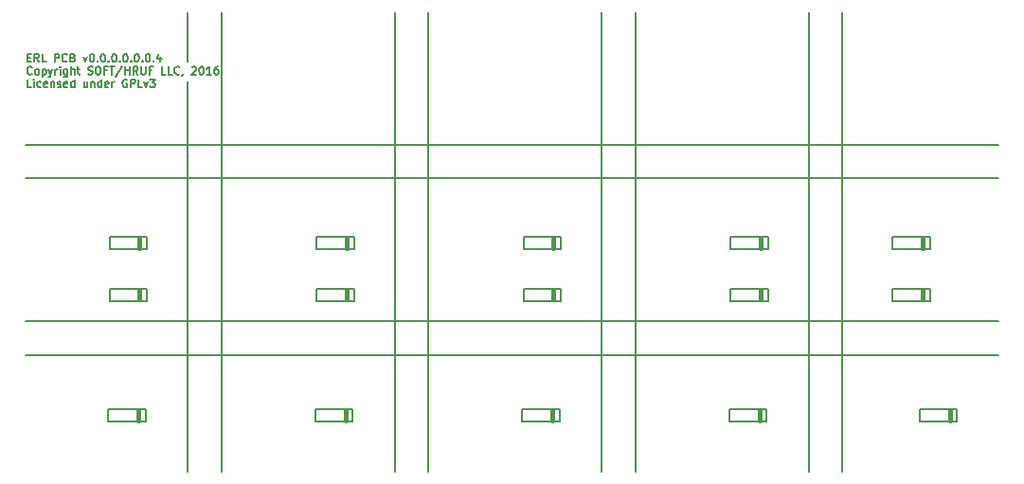
<source format=gto>
G04 #@! TF.FileFunction,Legend,Top*
%FSLAX46Y46*%
G04 Gerber Fmt 4.6, Leading zero omitted, Abs format (unit mm)*
G04 Created by KiCad (PCBNEW 4.0.1-stable) date Monday, April 11, 2016 'PMt' 11:35:55 PM*
%MOMM*%
G01*
G04 APERTURE LIST*
%ADD10C,0.100000*%
%ADD11C,0.200000*%
%ADD12C,0.400000*%
%ADD13C,0.150000*%
G04 APERTURE END LIST*
D10*
D11*
X15500000Y-1000000D02*
X15500000Y-5350000D01*
X11850000Y-21050000D02*
X11850000Y-21600000D01*
X11850000Y-21600000D02*
X11850000Y-22150000D01*
X11850000Y-26200000D02*
X11850000Y-26750000D01*
X11850000Y-25650000D02*
X11850000Y-26200000D01*
X8500000Y-22150000D02*
X8500000Y-21600000D01*
D12*
X11200000Y-21150000D02*
X11200000Y-22050000D01*
D11*
X11850000Y-22150000D02*
X8500000Y-22150000D01*
X8500000Y-21050000D02*
X11850000Y-21050000D01*
X8500000Y-21600000D02*
X8500000Y-21050000D01*
D12*
X11200000Y-25750000D02*
X11200000Y-26650000D01*
D11*
X8500000Y-26200000D02*
X8500000Y-25650000D01*
X11850000Y-26750000D02*
X8500000Y-26750000D01*
X8500000Y-25650000D02*
X11850000Y-25650000D01*
X8500000Y-26750000D02*
X8500000Y-26200000D01*
X27000000Y-22150000D02*
X27000000Y-21600000D01*
X27000000Y-21600000D02*
X27000000Y-21050000D01*
D12*
X29700000Y-21150000D02*
X29700000Y-22050000D01*
D11*
X30350000Y-21050000D02*
X30350000Y-21600000D01*
X30350000Y-21600000D02*
X30350000Y-22150000D01*
X30350000Y-22150000D02*
X27000000Y-22150000D01*
X27000000Y-21050000D02*
X30350000Y-21050000D01*
X30350000Y-26200000D02*
X30350000Y-26750000D01*
X27000000Y-26750000D02*
X27000000Y-26200000D01*
X27000000Y-26200000D02*
X27000000Y-25650000D01*
X30350000Y-26750000D02*
X27000000Y-26750000D01*
X27000000Y-25650000D02*
X30350000Y-25650000D01*
X30350000Y-25650000D02*
X30350000Y-26200000D01*
D12*
X29700000Y-25750000D02*
X29700000Y-26650000D01*
X81200000Y-25750000D02*
X81200000Y-26650000D01*
X66700000Y-25750000D02*
X66700000Y-26650000D01*
X48200000Y-25750000D02*
X48200000Y-26650000D01*
D11*
X81850000Y-26200000D02*
X81850000Y-26750000D01*
X67350000Y-26200000D02*
X67350000Y-26750000D01*
X48850000Y-26200000D02*
X48850000Y-26750000D01*
X81850000Y-26750000D02*
X78500000Y-26750000D01*
X67350000Y-26750000D02*
X64000000Y-26750000D01*
X48850000Y-26750000D02*
X45500000Y-26750000D01*
X78500000Y-26200000D02*
X78500000Y-25650000D01*
X64000000Y-26200000D02*
X64000000Y-25650000D01*
X45500000Y-26200000D02*
X45500000Y-25650000D01*
X78500000Y-25650000D02*
X81850000Y-25650000D01*
X64000000Y-25650000D02*
X67350000Y-25650000D01*
X45500000Y-25650000D02*
X48850000Y-25650000D01*
X78500000Y-26750000D02*
X78500000Y-26200000D01*
X64000000Y-26750000D02*
X64000000Y-26200000D01*
X45500000Y-26750000D02*
X45500000Y-26200000D01*
X81850000Y-25650000D02*
X81850000Y-26200000D01*
X67350000Y-25650000D02*
X67350000Y-26200000D01*
X48850000Y-25650000D02*
X48850000Y-26200000D01*
X78500000Y-21050000D02*
X81850000Y-21050000D01*
X64000000Y-21050000D02*
X67350000Y-21050000D01*
X45500000Y-21050000D02*
X48850000Y-21050000D01*
X81850000Y-22150001D02*
X78500000Y-22150000D01*
X67350000Y-22150000D02*
X64000000Y-22150000D01*
X48850000Y-22150000D02*
X45500000Y-22150000D01*
X81850000Y-21600000D02*
X81850000Y-22150001D01*
X67350000Y-21600000D02*
X67350000Y-22150000D01*
X48850000Y-21600000D02*
X48850000Y-22150000D01*
D12*
X81200000Y-21150000D02*
X81200001Y-22050000D01*
X66700000Y-21150000D02*
X66700000Y-22050000D01*
X48200000Y-21150000D02*
X48200000Y-22050000D01*
D11*
X78500000Y-21600000D02*
X78500000Y-21050000D01*
X64000000Y-21600000D02*
X64000000Y-21050000D01*
X45500000Y-21600000D02*
X45500000Y-21050000D01*
X81850000Y-21050000D02*
X81850000Y-21600000D01*
X67350000Y-21050000D02*
X67350000Y-21600000D01*
X48850000Y-21050000D02*
X48850000Y-21600000D01*
X78500000Y-22150000D02*
X78500000Y-21600000D01*
X64000000Y-22150000D02*
X64000000Y-21600000D01*
X45500000Y-22150000D02*
X45500000Y-21600000D01*
X84250000Y-36450000D02*
X84250000Y-37000000D01*
X84250000Y-37550000D02*
X80900000Y-37550000D01*
D12*
X83600000Y-36550000D02*
X83600000Y-37450000D01*
D11*
X80900000Y-36450000D02*
X84250000Y-36450000D01*
X84250000Y-37000000D02*
X84250000Y-37550000D01*
X80900000Y-37550000D02*
X80900000Y-37000000D01*
X80900000Y-37000000D02*
X80900000Y-36450000D01*
X67250000Y-36450000D02*
X67250000Y-37000000D01*
X48750000Y-36450000D02*
X48750000Y-37000000D01*
X30250000Y-36450000D02*
X30250000Y-37000000D01*
X63900000Y-36450000D02*
X67250000Y-36450000D01*
X45400000Y-36450000D02*
X48750000Y-36450000D01*
X26900000Y-36450000D02*
X30250000Y-36450000D01*
X67250000Y-37000000D02*
X67250000Y-37550000D01*
X48750000Y-37000000D02*
X48750000Y-37550000D01*
X30250000Y-37000000D02*
X30250000Y-37550000D01*
X63900000Y-37550000D02*
X63900000Y-37000000D01*
X45400000Y-37550000D02*
X45400000Y-37000000D01*
X26900000Y-37550000D02*
X26900000Y-37000000D01*
X63900000Y-37000000D02*
X63900000Y-36450000D01*
X45400000Y-37000000D02*
X45400000Y-36450000D01*
X26900000Y-37000000D02*
X26900000Y-36450000D01*
D12*
X66600000Y-36550000D02*
X66600000Y-37450000D01*
X48100000Y-36550000D02*
X48100000Y-37450000D01*
X29600000Y-36550000D02*
X29600000Y-37450000D01*
D11*
X67250000Y-37550000D02*
X63900000Y-37550000D01*
X48750000Y-37550000D02*
X45400000Y-37550000D01*
X30250000Y-37550000D02*
X26900000Y-37550000D01*
D12*
X11100000Y-36550000D02*
X11100000Y-37450000D01*
D11*
X8400000Y-37550000D02*
X8400000Y-37000000D01*
X11750000Y-37550000D02*
X8400000Y-37550000D01*
X11750000Y-37000000D02*
X11750000Y-37550000D01*
X11750000Y-36450000D02*
X11750000Y-37000000D01*
X8400000Y-36450000D02*
X11750000Y-36450000D01*
X8400000Y-37000000D02*
X8400000Y-36450000D01*
X1000000Y-31600000D02*
X88000000Y-31600000D01*
X1000000Y-28600000D02*
X88000000Y-28600000D01*
X1000000Y-15800000D02*
X88000000Y-15800000D01*
X1000000Y-12800000D02*
X88000000Y-12800000D01*
X71000000Y-1000000D02*
X71000000Y-42000000D01*
X52500000Y-1000000D02*
X52500000Y-42000000D01*
X34000000Y-1000000D02*
X34000000Y-42000000D01*
X74000000Y-1000000D02*
X74000000Y-42000000D01*
X55500000Y-1000000D02*
X55500000Y-42000000D01*
X37000000Y-1000000D02*
X37000000Y-42000000D01*
X18500000Y-1000000D02*
X18500000Y-42000000D01*
X15500000Y-7150000D02*
X15500000Y-42000000D01*
D13*
X1166667Y-5020000D02*
X1400000Y-5020000D01*
X1500000Y-5386667D02*
X1166667Y-5386667D01*
X1166667Y-4686667D01*
X1500000Y-4686667D01*
X2200000Y-5386667D02*
X1966666Y-5053333D01*
X1800000Y-5386667D02*
X1800000Y-4686667D01*
X2066666Y-4686667D01*
X2133333Y-4720000D01*
X2166666Y-4753333D01*
X2200000Y-4820000D01*
X2200000Y-4920000D01*
X2166666Y-4986667D01*
X2133333Y-5020000D01*
X2066666Y-5053333D01*
X1800000Y-5053333D01*
X2833333Y-5386667D02*
X2500000Y-5386667D01*
X2500000Y-4686667D01*
X3600000Y-5386667D02*
X3600000Y-4686667D01*
X3866666Y-4686667D01*
X3933333Y-4720000D01*
X3966666Y-4753333D01*
X4000000Y-4820000D01*
X4000000Y-4920000D01*
X3966666Y-4986667D01*
X3933333Y-5020000D01*
X3866666Y-5053333D01*
X3600000Y-5053333D01*
X4700000Y-5320000D02*
X4666666Y-5353333D01*
X4566666Y-5386667D01*
X4500000Y-5386667D01*
X4400000Y-5353333D01*
X4333333Y-5286667D01*
X4300000Y-5220000D01*
X4266666Y-5086667D01*
X4266666Y-4986667D01*
X4300000Y-4853333D01*
X4333333Y-4786667D01*
X4400000Y-4720000D01*
X4500000Y-4686667D01*
X4566666Y-4686667D01*
X4666666Y-4720000D01*
X4700000Y-4753333D01*
X5233333Y-5020000D02*
X5333333Y-5053333D01*
X5366666Y-5086667D01*
X5400000Y-5153333D01*
X5400000Y-5253333D01*
X5366666Y-5320000D01*
X5333333Y-5353333D01*
X5266666Y-5386667D01*
X5000000Y-5386667D01*
X5000000Y-4686667D01*
X5233333Y-4686667D01*
X5300000Y-4720000D01*
X5333333Y-4753333D01*
X5366666Y-4820000D01*
X5366666Y-4886667D01*
X5333333Y-4953333D01*
X5300000Y-4986667D01*
X5233333Y-5020000D01*
X5000000Y-5020000D01*
X6166666Y-4920000D02*
X6333333Y-5386667D01*
X6499999Y-4920000D01*
X6899999Y-4686667D02*
X6966666Y-4686667D01*
X7033332Y-4720000D01*
X7066666Y-4753333D01*
X7099999Y-4820000D01*
X7133332Y-4953333D01*
X7133332Y-5120000D01*
X7099999Y-5253333D01*
X7066666Y-5320000D01*
X7033332Y-5353333D01*
X6966666Y-5386667D01*
X6899999Y-5386667D01*
X6833332Y-5353333D01*
X6799999Y-5320000D01*
X6766666Y-5253333D01*
X6733332Y-5120000D01*
X6733332Y-4953333D01*
X6766666Y-4820000D01*
X6799999Y-4753333D01*
X6833332Y-4720000D01*
X6899999Y-4686667D01*
X7433333Y-5320000D02*
X7466666Y-5353333D01*
X7433333Y-5386667D01*
X7399999Y-5353333D01*
X7433333Y-5320000D01*
X7433333Y-5386667D01*
X7899999Y-4686667D02*
X7966666Y-4686667D01*
X8033332Y-4720000D01*
X8066666Y-4753333D01*
X8099999Y-4820000D01*
X8133332Y-4953333D01*
X8133332Y-5120000D01*
X8099999Y-5253333D01*
X8066666Y-5320000D01*
X8033332Y-5353333D01*
X7966666Y-5386667D01*
X7899999Y-5386667D01*
X7833332Y-5353333D01*
X7799999Y-5320000D01*
X7766666Y-5253333D01*
X7733332Y-5120000D01*
X7733332Y-4953333D01*
X7766666Y-4820000D01*
X7799999Y-4753333D01*
X7833332Y-4720000D01*
X7899999Y-4686667D01*
X8433333Y-5320000D02*
X8466666Y-5353333D01*
X8433333Y-5386667D01*
X8399999Y-5353333D01*
X8433333Y-5320000D01*
X8433333Y-5386667D01*
X8899999Y-4686667D02*
X8966666Y-4686667D01*
X9033332Y-4720000D01*
X9066666Y-4753333D01*
X9099999Y-4820000D01*
X9133332Y-4953333D01*
X9133332Y-5120000D01*
X9099999Y-5253333D01*
X9066666Y-5320000D01*
X9033332Y-5353333D01*
X8966666Y-5386667D01*
X8899999Y-5386667D01*
X8833332Y-5353333D01*
X8799999Y-5320000D01*
X8766666Y-5253333D01*
X8733332Y-5120000D01*
X8733332Y-4953333D01*
X8766666Y-4820000D01*
X8799999Y-4753333D01*
X8833332Y-4720000D01*
X8899999Y-4686667D01*
X9433333Y-5320000D02*
X9466666Y-5353333D01*
X9433333Y-5386667D01*
X9399999Y-5353333D01*
X9433333Y-5320000D01*
X9433333Y-5386667D01*
X9899999Y-4686667D02*
X9966666Y-4686667D01*
X10033332Y-4720000D01*
X10066666Y-4753333D01*
X10099999Y-4820000D01*
X10133332Y-4953333D01*
X10133332Y-5120000D01*
X10099999Y-5253333D01*
X10066666Y-5320000D01*
X10033332Y-5353333D01*
X9966666Y-5386667D01*
X9899999Y-5386667D01*
X9833332Y-5353333D01*
X9799999Y-5320000D01*
X9766666Y-5253333D01*
X9733332Y-5120000D01*
X9733332Y-4953333D01*
X9766666Y-4820000D01*
X9799999Y-4753333D01*
X9833332Y-4720000D01*
X9899999Y-4686667D01*
X10433333Y-5320000D02*
X10466666Y-5353333D01*
X10433333Y-5386667D01*
X10399999Y-5353333D01*
X10433333Y-5320000D01*
X10433333Y-5386667D01*
X10899999Y-4686667D02*
X10966666Y-4686667D01*
X11033332Y-4720000D01*
X11066666Y-4753333D01*
X11099999Y-4820000D01*
X11133332Y-4953333D01*
X11133332Y-5120000D01*
X11099999Y-5253333D01*
X11066666Y-5320000D01*
X11033332Y-5353333D01*
X10966666Y-5386667D01*
X10899999Y-5386667D01*
X10833332Y-5353333D01*
X10799999Y-5320000D01*
X10766666Y-5253333D01*
X10733332Y-5120000D01*
X10733332Y-4953333D01*
X10766666Y-4820000D01*
X10799999Y-4753333D01*
X10833332Y-4720000D01*
X10899999Y-4686667D01*
X11433333Y-5320000D02*
X11466666Y-5353333D01*
X11433333Y-5386667D01*
X11399999Y-5353333D01*
X11433333Y-5320000D01*
X11433333Y-5386667D01*
X11899999Y-4686667D02*
X11966666Y-4686667D01*
X12033332Y-4720000D01*
X12066666Y-4753333D01*
X12099999Y-4820000D01*
X12133332Y-4953333D01*
X12133332Y-5120000D01*
X12099999Y-5253333D01*
X12066666Y-5320000D01*
X12033332Y-5353333D01*
X11966666Y-5386667D01*
X11899999Y-5386667D01*
X11833332Y-5353333D01*
X11799999Y-5320000D01*
X11766666Y-5253333D01*
X11733332Y-5120000D01*
X11733332Y-4953333D01*
X11766666Y-4820000D01*
X11799999Y-4753333D01*
X11833332Y-4720000D01*
X11899999Y-4686667D01*
X12433333Y-5320000D02*
X12466666Y-5353333D01*
X12433333Y-5386667D01*
X12399999Y-5353333D01*
X12433333Y-5320000D01*
X12433333Y-5386667D01*
X13066666Y-4920000D02*
X13066666Y-5386667D01*
X12899999Y-4653333D02*
X12733332Y-5153333D01*
X13166666Y-5153333D01*
X1566667Y-6450000D02*
X1533333Y-6483333D01*
X1433333Y-6516667D01*
X1366667Y-6516667D01*
X1266667Y-6483333D01*
X1200000Y-6416667D01*
X1166667Y-6350000D01*
X1133333Y-6216667D01*
X1133333Y-6116667D01*
X1166667Y-5983333D01*
X1200000Y-5916667D01*
X1266667Y-5850000D01*
X1366667Y-5816667D01*
X1433333Y-5816667D01*
X1533333Y-5850000D01*
X1566667Y-5883333D01*
X1966667Y-6516667D02*
X1900000Y-6483333D01*
X1866667Y-6450000D01*
X1833333Y-6383333D01*
X1833333Y-6183333D01*
X1866667Y-6116667D01*
X1900000Y-6083333D01*
X1966667Y-6050000D01*
X2066667Y-6050000D01*
X2133333Y-6083333D01*
X2166667Y-6116667D01*
X2200000Y-6183333D01*
X2200000Y-6383333D01*
X2166667Y-6450000D01*
X2133333Y-6483333D01*
X2066667Y-6516667D01*
X1966667Y-6516667D01*
X2500000Y-6050000D02*
X2500000Y-6750000D01*
X2500000Y-6083333D02*
X2566666Y-6050000D01*
X2700000Y-6050000D01*
X2766666Y-6083333D01*
X2800000Y-6116667D01*
X2833333Y-6183333D01*
X2833333Y-6383333D01*
X2800000Y-6450000D01*
X2766666Y-6483333D01*
X2700000Y-6516667D01*
X2566666Y-6516667D01*
X2500000Y-6483333D01*
X3066666Y-6050000D02*
X3233333Y-6516667D01*
X3399999Y-6050000D02*
X3233333Y-6516667D01*
X3166666Y-6683333D01*
X3133333Y-6716667D01*
X3066666Y-6750000D01*
X3666666Y-6516667D02*
X3666666Y-6050000D01*
X3666666Y-6183333D02*
X3699999Y-6116667D01*
X3733332Y-6083333D01*
X3799999Y-6050000D01*
X3866666Y-6050000D01*
X4099999Y-6516667D02*
X4099999Y-6050000D01*
X4099999Y-5816667D02*
X4066665Y-5850000D01*
X4099999Y-5883333D01*
X4133332Y-5850000D01*
X4099999Y-5816667D01*
X4099999Y-5883333D01*
X4733332Y-6050000D02*
X4733332Y-6616667D01*
X4699998Y-6683333D01*
X4666665Y-6716667D01*
X4599998Y-6750000D01*
X4499998Y-6750000D01*
X4433332Y-6716667D01*
X4733332Y-6483333D02*
X4666665Y-6516667D01*
X4533332Y-6516667D01*
X4466665Y-6483333D01*
X4433332Y-6450000D01*
X4399998Y-6383333D01*
X4399998Y-6183333D01*
X4433332Y-6116667D01*
X4466665Y-6083333D01*
X4533332Y-6050000D01*
X4666665Y-6050000D01*
X4733332Y-6083333D01*
X5066665Y-6516667D02*
X5066665Y-5816667D01*
X5366665Y-6516667D02*
X5366665Y-6150000D01*
X5333331Y-6083333D01*
X5266665Y-6050000D01*
X5166665Y-6050000D01*
X5099998Y-6083333D01*
X5066665Y-6116667D01*
X5599998Y-6050000D02*
X5866664Y-6050000D01*
X5699998Y-5816667D02*
X5699998Y-6416667D01*
X5733331Y-6483333D01*
X5799998Y-6516667D01*
X5866664Y-6516667D01*
X6599997Y-6483333D02*
X6699997Y-6516667D01*
X6866664Y-6516667D01*
X6933331Y-6483333D01*
X6966664Y-6450000D01*
X6999997Y-6383333D01*
X6999997Y-6316667D01*
X6966664Y-6250000D01*
X6933331Y-6216667D01*
X6866664Y-6183333D01*
X6733331Y-6150000D01*
X6666664Y-6116667D01*
X6633331Y-6083333D01*
X6599997Y-6016667D01*
X6599997Y-5950000D01*
X6633331Y-5883333D01*
X6666664Y-5850000D01*
X6733331Y-5816667D01*
X6899997Y-5816667D01*
X6999997Y-5850000D01*
X7433331Y-5816667D02*
X7566664Y-5816667D01*
X7633331Y-5850000D01*
X7699998Y-5916667D01*
X7733331Y-6050000D01*
X7733331Y-6283333D01*
X7699998Y-6416667D01*
X7633331Y-6483333D01*
X7566664Y-6516667D01*
X7433331Y-6516667D01*
X7366664Y-6483333D01*
X7299998Y-6416667D01*
X7266664Y-6283333D01*
X7266664Y-6050000D01*
X7299998Y-5916667D01*
X7366664Y-5850000D01*
X7433331Y-5816667D01*
X8266664Y-6150000D02*
X8033331Y-6150000D01*
X8033331Y-6516667D02*
X8033331Y-5816667D01*
X8366664Y-5816667D01*
X8533331Y-5816667D02*
X8933331Y-5816667D01*
X8733331Y-6516667D02*
X8733331Y-5816667D01*
X9666664Y-5783333D02*
X9066664Y-6683333D01*
X9899997Y-6516667D02*
X9899997Y-5816667D01*
X9899997Y-6150000D02*
X10299997Y-6150000D01*
X10299997Y-6516667D02*
X10299997Y-5816667D01*
X11033330Y-6516667D02*
X10799996Y-6183333D01*
X10633330Y-6516667D02*
X10633330Y-5816667D01*
X10899996Y-5816667D01*
X10966663Y-5850000D01*
X10999996Y-5883333D01*
X11033330Y-5950000D01*
X11033330Y-6050000D01*
X10999996Y-6116667D01*
X10966663Y-6150000D01*
X10899996Y-6183333D01*
X10633330Y-6183333D01*
X11333330Y-5816667D02*
X11333330Y-6383333D01*
X11366663Y-6450000D01*
X11399996Y-6483333D01*
X11466663Y-6516667D01*
X11599996Y-6516667D01*
X11666663Y-6483333D01*
X11699996Y-6450000D01*
X11733330Y-6383333D01*
X11733330Y-5816667D01*
X12299996Y-6150000D02*
X12066663Y-6150000D01*
X12066663Y-6516667D02*
X12066663Y-5816667D01*
X12399996Y-5816667D01*
X13533329Y-6516667D02*
X13199996Y-6516667D01*
X13199996Y-5816667D01*
X14099996Y-6516667D02*
X13766663Y-6516667D01*
X13766663Y-5816667D01*
X14733330Y-6450000D02*
X14699996Y-6483333D01*
X14599996Y-6516667D01*
X14533330Y-6516667D01*
X14433330Y-6483333D01*
X14366663Y-6416667D01*
X14333330Y-6350000D01*
X14299996Y-6216667D01*
X14299996Y-6116667D01*
X14333330Y-5983333D01*
X14366663Y-5916667D01*
X14433330Y-5850000D01*
X14533330Y-5816667D01*
X14599996Y-5816667D01*
X14699996Y-5850000D01*
X14733330Y-5883333D01*
X15066663Y-6483333D02*
X15066663Y-6516667D01*
X15033330Y-6583333D01*
X14999996Y-6616667D01*
X15866662Y-5883333D02*
X15899996Y-5850000D01*
X15966662Y-5816667D01*
X16133329Y-5816667D01*
X16199996Y-5850000D01*
X16233329Y-5883333D01*
X16266662Y-5950000D01*
X16266662Y-6016667D01*
X16233329Y-6116667D01*
X15833329Y-6516667D01*
X16266662Y-6516667D01*
X16699996Y-5816667D02*
X16766663Y-5816667D01*
X16833329Y-5850000D01*
X16866663Y-5883333D01*
X16899996Y-5950000D01*
X16933329Y-6083333D01*
X16933329Y-6250000D01*
X16899996Y-6383333D01*
X16866663Y-6450000D01*
X16833329Y-6483333D01*
X16766663Y-6516667D01*
X16699996Y-6516667D01*
X16633329Y-6483333D01*
X16599996Y-6450000D01*
X16566663Y-6383333D01*
X16533329Y-6250000D01*
X16533329Y-6083333D01*
X16566663Y-5950000D01*
X16599996Y-5883333D01*
X16633329Y-5850000D01*
X16699996Y-5816667D01*
X17599996Y-6516667D02*
X17199996Y-6516667D01*
X17399996Y-6516667D02*
X17399996Y-5816667D01*
X17333330Y-5916667D01*
X17266663Y-5983333D01*
X17199996Y-6016667D01*
X18199997Y-5816667D02*
X18066663Y-5816667D01*
X17999997Y-5850000D01*
X17966663Y-5883333D01*
X17899997Y-5983333D01*
X17866663Y-6116667D01*
X17866663Y-6383333D01*
X17899997Y-6450000D01*
X17933330Y-6483333D01*
X17999997Y-6516667D01*
X18133330Y-6516667D01*
X18199997Y-6483333D01*
X18233330Y-6450000D01*
X18266663Y-6383333D01*
X18266663Y-6216667D01*
X18233330Y-6150000D01*
X18199997Y-6116667D01*
X18133330Y-6083333D01*
X17999997Y-6083333D01*
X17933330Y-6116667D01*
X17899997Y-6150000D01*
X17866663Y-6216667D01*
X1500000Y-7646667D02*
X1166667Y-7646667D01*
X1166667Y-6946667D01*
X1733334Y-7646667D02*
X1733334Y-7180000D01*
X1733334Y-6946667D02*
X1700000Y-6980000D01*
X1733334Y-7013333D01*
X1766667Y-6980000D01*
X1733334Y-6946667D01*
X1733334Y-7013333D01*
X2366667Y-7613333D02*
X2300000Y-7646667D01*
X2166667Y-7646667D01*
X2100000Y-7613333D01*
X2066667Y-7580000D01*
X2033333Y-7513333D01*
X2033333Y-7313333D01*
X2066667Y-7246667D01*
X2100000Y-7213333D01*
X2166667Y-7180000D01*
X2300000Y-7180000D01*
X2366667Y-7213333D01*
X2933333Y-7613333D02*
X2866667Y-7646667D01*
X2733333Y-7646667D01*
X2666667Y-7613333D01*
X2633333Y-7546667D01*
X2633333Y-7280000D01*
X2666667Y-7213333D01*
X2733333Y-7180000D01*
X2866667Y-7180000D01*
X2933333Y-7213333D01*
X2966667Y-7280000D01*
X2966667Y-7346667D01*
X2633333Y-7413333D01*
X3266667Y-7180000D02*
X3266667Y-7646667D01*
X3266667Y-7246667D02*
X3300000Y-7213333D01*
X3366667Y-7180000D01*
X3466667Y-7180000D01*
X3533333Y-7213333D01*
X3566667Y-7280000D01*
X3566667Y-7646667D01*
X3866666Y-7613333D02*
X3933333Y-7646667D01*
X4066666Y-7646667D01*
X4133333Y-7613333D01*
X4166666Y-7546667D01*
X4166666Y-7513333D01*
X4133333Y-7446667D01*
X4066666Y-7413333D01*
X3966666Y-7413333D01*
X3900000Y-7380000D01*
X3866666Y-7313333D01*
X3866666Y-7280000D01*
X3900000Y-7213333D01*
X3966666Y-7180000D01*
X4066666Y-7180000D01*
X4133333Y-7213333D01*
X4733333Y-7613333D02*
X4666667Y-7646667D01*
X4533333Y-7646667D01*
X4466667Y-7613333D01*
X4433333Y-7546667D01*
X4433333Y-7280000D01*
X4466667Y-7213333D01*
X4533333Y-7180000D01*
X4666667Y-7180000D01*
X4733333Y-7213333D01*
X4766667Y-7280000D01*
X4766667Y-7346667D01*
X4433333Y-7413333D01*
X5366667Y-7646667D02*
X5366667Y-6946667D01*
X5366667Y-7613333D02*
X5300000Y-7646667D01*
X5166667Y-7646667D01*
X5100000Y-7613333D01*
X5066667Y-7580000D01*
X5033333Y-7513333D01*
X5033333Y-7313333D01*
X5066667Y-7246667D01*
X5100000Y-7213333D01*
X5166667Y-7180000D01*
X5300000Y-7180000D01*
X5366667Y-7213333D01*
X6533333Y-7180000D02*
X6533333Y-7646667D01*
X6233333Y-7180000D02*
X6233333Y-7546667D01*
X6266666Y-7613333D01*
X6333333Y-7646667D01*
X6433333Y-7646667D01*
X6499999Y-7613333D01*
X6533333Y-7580000D01*
X6866666Y-7180000D02*
X6866666Y-7646667D01*
X6866666Y-7246667D02*
X6899999Y-7213333D01*
X6966666Y-7180000D01*
X7066666Y-7180000D01*
X7133332Y-7213333D01*
X7166666Y-7280000D01*
X7166666Y-7646667D01*
X7799999Y-7646667D02*
X7799999Y-6946667D01*
X7799999Y-7613333D02*
X7733332Y-7646667D01*
X7599999Y-7646667D01*
X7533332Y-7613333D01*
X7499999Y-7580000D01*
X7466665Y-7513333D01*
X7466665Y-7313333D01*
X7499999Y-7246667D01*
X7533332Y-7213333D01*
X7599999Y-7180000D01*
X7733332Y-7180000D01*
X7799999Y-7213333D01*
X8399998Y-7613333D02*
X8333332Y-7646667D01*
X8199998Y-7646667D01*
X8133332Y-7613333D01*
X8099998Y-7546667D01*
X8099998Y-7280000D01*
X8133332Y-7213333D01*
X8199998Y-7180000D01*
X8333332Y-7180000D01*
X8399998Y-7213333D01*
X8433332Y-7280000D01*
X8433332Y-7346667D01*
X8099998Y-7413333D01*
X8733332Y-7646667D02*
X8733332Y-7180000D01*
X8733332Y-7313333D02*
X8766665Y-7246667D01*
X8799998Y-7213333D01*
X8866665Y-7180000D01*
X8933332Y-7180000D01*
X10066664Y-6980000D02*
X9999998Y-6946667D01*
X9899998Y-6946667D01*
X9799998Y-6980000D01*
X9733331Y-7046667D01*
X9699998Y-7113333D01*
X9666664Y-7246667D01*
X9666664Y-7346667D01*
X9699998Y-7480000D01*
X9733331Y-7546667D01*
X9799998Y-7613333D01*
X9899998Y-7646667D01*
X9966664Y-7646667D01*
X10066664Y-7613333D01*
X10099998Y-7580000D01*
X10099998Y-7346667D01*
X9966664Y-7346667D01*
X10399998Y-7646667D02*
X10399998Y-6946667D01*
X10666664Y-6946667D01*
X10733331Y-6980000D01*
X10766664Y-7013333D01*
X10799998Y-7080000D01*
X10799998Y-7180000D01*
X10766664Y-7246667D01*
X10733331Y-7280000D01*
X10666664Y-7313333D01*
X10399998Y-7313333D01*
X11433331Y-7646667D02*
X11099998Y-7646667D01*
X11099998Y-6946667D01*
X11599998Y-7180000D02*
X11766665Y-7646667D01*
X11933331Y-7180000D01*
X12133331Y-6946667D02*
X12566664Y-6946667D01*
X12333331Y-7213333D01*
X12433331Y-7213333D01*
X12499998Y-7246667D01*
X12533331Y-7280000D01*
X12566664Y-7346667D01*
X12566664Y-7513333D01*
X12533331Y-7580000D01*
X12499998Y-7613333D01*
X12433331Y-7646667D01*
X12233331Y-7646667D01*
X12166664Y-7613333D01*
X12133331Y-7580000D01*
M02*

</source>
